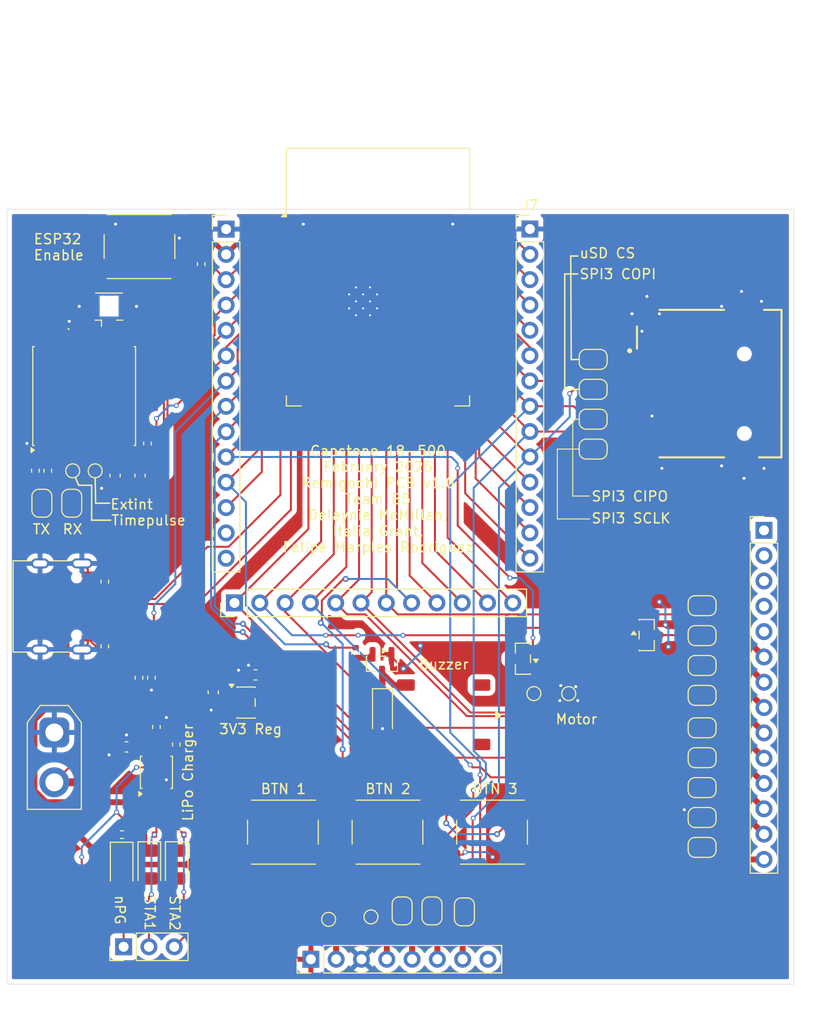
<source format=kicad_pcb>
(kicad_pcb (version 20241229) (generator "pcbnew") (generator_version "9.0")
  (layers (0 "F.Cu" signal) (2 "B.Cu" signal) (13 "F.Paste" user) (15 "B.Paste" user) (5 "F.SilkS" user "F.Silkscreen") (7 "B.SilkS" user "B.Silkscreen") (1 "F.Mask" user) (3 "B.Mask" user) (25 "Edge.Cuts" user))
  (net 0 "")
  (net 1 "GND")
  (net 2 "Net-(BZ1-+)")
  (net 3 "+BATT")
  (net 4 "+3V3")
  (net 5 "Net-(D1-K)")
  (net 6 "+5V")
  (net 7 "Net-(D2-K)")
  (net 8 "Net-(D3-K)")
  (net 9 "Net-(D4-A2)")
  (net 10 "Net-(J1-CC1)")
  (net 11 "/USB_DP")
  (net 14 "/USB_DM")
  (net 15 "Net-(J1-CC2)")
  (net 16 "/CHG_STA2")
  (net 17 "/CHG_nPG")
  (net 18 "/CHG_STA1")
  (net 19 "Net-(J4-DAT0)")
  (net 20 "Net-(J4-CLK)")
  (net 22 "Net-(J4-DAT3{slash}CD)")
  (net 25 "Net-(J4-CMD)")
  (net 26 "Net-(J6-Pin_7)")
  (net 27 "Net-(J6-Pin_6)")
  (net 28 "Net-(J6-Pin_5)")
  (net 30 "/uSD_CS")
  (net 31 "/GPIO1")
  (net 32 "/SPI3_CIPO")
  (net 33 "/GPIO36")
  (net 34 "/GPIO35")
  (net 35 "/GPIO0")
  (net 36 "/RFID_CS")
  (net 37 "/RXD0")
  (net 38 "/GPIO2")
  (net 39 "/GPIO37")
  (net 40 "/SPI3_COPI")
  (net 41 "/TXD0")
  (net 42 "/SPI3_SCLK")
  (net 43 "/BUTTON_2")
  (net 44 "/GPS_nRESET")
  (net 45 "/GPIO8")
  (net 46 "/BATT_MON")
  (net 49 "/ENABLE")
  (net 50 "/MOTOR")
  (net 51 "/GPS_TX")
  (net 52 "/GPS_RX")
  (net 53 "/BUZZER")
  (net 54 "Net-(J9-Pin_8)")
  (net 57 "Net-(J9-Pin_6)")
  (net 58 "Net-(J9-Pin_13)")
  (net 59 "Net-(J9-Pin_14)")
  (net 61 "Net-(J9-Pin_11)")
  (net 63 "Net-(J9-Pin_12)")
  (net 65 "Net-(J9-Pin_10)")
  (net 66 "Net-(J9-Pin_7)")
  (net 67 "Net-(J9-Pin_9)")
  (net 68 "/FSPI_COPI")
  (net 69 "/GPIO21")
  (net 70 "/GPIO48")
  (net 71 "/BUTTON_1")
  (net 72 "/LCD_PWM")
  (net 73 "/GPIO47")
  (net 74 "/LCD_CS")
  (net 75 "/LCD_DC")
  (net 76 "/FSPI_CIPO")
  (net 77 "/GPIO45")
  (net 78 "/FSPI_SCLK")
  (net 79 "/RFID_RST")
  (net 80 "/RFID_IRQ")
  (net 81 "/LCD_LED")
  (net 82 "/LCD_RESET")
  (net 83 "Net-(JP20-A)")
  (net 84 "Net-(JP21-A)")
  (net 85 "/BUTTON_3")
  (net 86 "/M+")
  (net 87 "Net-(Q2-G)")
  (net 88 "Net-(U1-THERM)")
  (net 89 "Net-(U1-PROG)")
  (net 90 "Net-(U4-RXD)")
  (net 91 "Net-(U4-TXD)")
  (net 92 "Net-(U4-~{RESET})")
  (net 93 "Net-(U4-EXTINT)")
  (net 94 "Net-(U4-TIMEPULSE)")
  (footprint "Jumper:SolderJumper-2_P1.3mm_Bridged_RoundedPad1.0x1.5mm" (layer "F.Cu") (at 180.7875 123.53)
    (property "Reference" "JP18" (hide yes))
    (property "Value" "SolderJumper_2_Bridged")
  )
  (footprint "Resistor_SMD:R_0402_1005Metric" (layer "F.Cu") (at 122.54 125.25)
    (property "Reference" "R5" (hide yes))
    (property "Value" "1k")
  )
  (footprint "TestPoint:TestPoint_Pad_D1.0mm" (layer "F.Cu") (at 117.6 88.75 90)
    (property "Reference" "TP2" (hide yes))
    (property "Value" "TestPoint")
  )
  (footprint "Jumper:SolderJumper-2_P1.3mm_Bridged_RoundedPad1.0x1.5mm" (layer "F.Cu") (at 180.7875 120.53)
    (property "Reference" "JP17" (hide yes))
    (property "Value" "SolderJumper_2_Bridged")
  )
  (footprint "Connector_USB:USB_C_Receptacle_G-Switch_GT-USB-7010ASV" (layer "F.Cu") (at 115.395 102.36 -90)
    (property "Reference" "J1" (hide yes))
    (property "Value" "USB_C_Receptacle_USB2.0_16P")
  )
  (footprint "Connector_PinHeader_2.54mm:PinHeader_1x14_P2.54mm_Vertical" (layer "F.Cu") (at 163.5 64.49)
    (property "Reference" "J7")
    (property "Value" "Conn_01x14_Pin")
  )
  (footprint "push-button:Korean Hroparts Elec K2-1157SP-I4SW-01" (layer "F.Cu") (at 159.75 125)
    (property "Reference" "SW4" (hide yes))
    (property "Value" "SW_Push")
  )
  (footprint "Diode_SMD:D_0402_1005Metric" (layer "F.Cu") (at 118.275 74.525)
    (property "Reference" "D4" (hide yes))
    (property "Value" "40V_TVS")
  )
  (footprint "Jumper:SolderJumper-2_P1.3mm_Bridged_RoundedPad1.0x1.5mm" (layer "F.Cu") (at 169.85 83.57 180)
    (property "Reference" "JP4" (hide yes))
    (property "Value" "SolderJumper_2_Bridged")
  )
  (footprint "Jumper:SolderJumper-2_P1.3mm_Bridged_RoundedPad1.0x1.5mm" (layer "F.Cu") (at 180.7875 117.53)
    (property "Reference" "JP16" (hide yes))
    (property "Value" "SolderJumper_2_Bridged")
  )
  (footprint "Connector_PinHeader_2.54mm:PinHeader_1x03_P2.54mm_Vertical" (layer "F.Cu") (at 122.71 136.5 90)
    (property "Reference" "J2" (hide yes))
    (property "Value" "Conn_01x03_Pin")
  )
  (footprint "TestPoint:TestPoint_Pad_D1.0mm" (layer "F.Cu") (at 167.4 111.1 90)
    (property "Reference" "TP4" (hide yes))
    (property "Value" "TestPoint")
  )
  (footprint "Package_TO_SOT_SMD:SOT-23-5" (layer "F.Cu") (at 135 112)
    (property "Reference" "U5" (hide yes))
    (property "Value" "AP2112K-3.3")
  )
  (footprint "Resistor_SMD:R_0402_1005Metric" (layer "F.Cu") (at 128 116.2 90)
    (property "Reference" "R4" (hide yes))
    (property "Value" "2k")
  )
  (footprint "Resistor_SMD:R_0402_1005Metric" (layer "F.Cu") (at 125.5 109.51 -90)
    (property "Reference" "R9" (hide yes))
    (property "Value" "270k")
  )
  (footprint "Capacitor_SMD:C_0603_1608Metric" (layer "F.Cu") (at 124.36 89.225 -90)
    (property "Reference" "C6" (hide yes))
    (property "Value" "4.7uF")
  )
  (footprint "Jumper:SolderJumper-2_P1.3mm_Bridged_RoundedPad1.0x1.5mm" (layer "F.Cu") (at 156.92 133 -90)
    (property "Reference" "JP11" (hide yes))
    (property "Value" "SolderJumper_2_Bridged")
  )
  (footprint "Resistor_SMD:R_0402_1005Metric" (layer "F.Cu") (at 126 114.45 90)
    (property "Reference" "R3" (hide yes))
    (property "Value" "10k")
  )
  (footprint "Capacitor_SMD:C_0603_1608Metric" (layer "F.Cu") (at 121.85 89.225 -90)
    (property "Reference" "C7" (hide yes))
    (property "Value" "100nF")
  )
  (footprint "Resistor_SMD:R_0402_1005Metric" (layer "F.Cu") (at 120.82 106.36 -90)
    (property "Reference" "R2" (hide yes))
    (property "Value" "5.1k")
  )
  (footprint "Capacitor_SMD:C_0603_1608Metric" (layer "F.Cu") (at 131.705 110.975 90)
    (property "Reference" "C2" (hide yes))
    (property "Value" "10uF")
  )
  (footprint "Jumper:SolderJumper-2_P1.3mm_Bridged_RoundedPad1.0x1.5mm" (layer "F.Cu") (at 169.85 86.57 180)
    (property "Reference" "JP5" (hide yes))
    (property "Value" "SolderJumper_2_Bridged")
  )
  (footprint "Resistor_SMD:R_0402_1005Metric" (layer "F.Cu") (at 128.25 125.25)
    (property "Reference" "R6" (hide yes))
    (property "Value" "1k")
  )
  (footprint "Jumper:SolderJumper-2_P1.3mm_Bridged_RoundedPad1.0x1.5mm" (layer "F.Cu") (at 153.67 132.9 -90)
    (property "Reference" "JP10" (hide yes))
    (property "Value" "SolderJumper_2_Bridged")
  )
  (footprint "Jumper:SolderJumper-2_P1.3mm_Bridged_RoundedPad1.0x1.5mm" (layer "F.Cu") (at 180.7875 105.28)
    (property "Reference" "JP12" (hide yes))
    (property "Value" "SolderJumper_2_Bridged")
  )
  (footprint "Capacitor_SMD:C_0603_1608Metric" (layer "F.Cu") (at 123 116.45 180)
    (property "Reference" "C1" (hide yes))
    (property "Value" "10uF")
  )
  (footprint "Package_SO:MSOP-10_3x3mm_P0.5mm" (layer "F.Cu") (at 126 119 90)
    (property "Reference" "U1" (hide yes))
    (property "Value" "MCP73833-xxx-UN")
  )
  (footprint "Resistor_SMD:R_0402_1005Metric" (layer "F.Cu") (at 113.85 88.74 90)
    (property "Reference" "R12" (hide yes))
    (property "Value" "33")
  )
  (footprint "Jumper:SolderJumper-2_P1.3mm_Bridged_RoundedPad1.0x1.5mm" (layer "F.Cu") (at 169.85 80.57 180)
    (property "Reference" "JP3" (hide yes))
    (property "Value" "SolderJumper_2_Bridged")
  )
  (footprint "Connector_PinHeader_2.54mm:PinHeader_1x14_P2.54mm_Vertical" (layer "F.Cu") (at 187 94.72)
    (property "Reference" "J9" (hide yes))
    (property "Value" "Conn_01x14_Pin")
  )
  (footprint "Resistor_SMD:R_0402_1005Metric" (layer "F.Cu") (at 146 107 -90)
    (property "Reference" "R15" (hide yes))
    (property "Value" "33")
  )
  (footprint "Resistor_SMD:R_0402_1005Metric" (layer "F.Cu") (at 115.1 88.75 90)
    (property "Reference" "R11" (hide yes))
    (property "Value" "33")
  )
  (footprint "Connector_PinHeader_2.54mm:PinHeader_1x14_P2.54mm_Vertical" (layer "F.Cu") (at 133 64.5)
    (property "Reference" "J8" (hide yes))
    (property "Value" "Conn_01x14_Pin")
  )
  (footprint "push-button:Korean Hroparts Elec K2-1157SP-I4SW-01" (layer "F.Cu") (at 138.75 125)
    (property "Reference" "SW2" (hide yes))
    (property "Value" "SW_Push")
  )
  (footprint "Jumper:SolderJumper-2_P1.3mm_Bridged_RoundedPad1.0x1.5mm" (layer "F.Cu") (at 180.7875 126.53)
    (property "Reference" "JP19" (hide yes))
    (property "Value" "SolderJumper_2_Bridged")
  )
  (footprint "Jumper:SolderJumper-2_P1.3mm_Bridged_RoundedPad1.0x1.5mm" (layer "F.Cu") (at 180.7875 102.28)
    (property "Reference" "JP7" (hide yes))
    (property "Value" "SolderJumper_2_Bridged")
  )
  (footprint "push-button:Korean Hroparts Elec K2-1157SP-I4SW-01" (layer "F.Cu") (at 149.25 125)
    (property "Reference" "SW3" (hide yes))
    (property "Value" "SW_Push")
  )
  (footprint "Capacitor_SMD:C_0603_1608Metric" (layer "F.Cu") (at 135.955 109.225)
    (property "Reference" "C8" (hide yes))
    (property "Value" "10uF")
  )
  (footprint "Connector_Coaxial:U.FL_Hirose_U.FL-R-SMT-1_Vertical" (layer "F.Cu") (at 121.25 72.75 90)
    (property "Reference" "J5" (hide yes))
    (property "Value" "Conn_Coaxial_Small")
  )
  (footprint "Resistor_SMD:R_0402_1005Metric" (layer "F.Cu") (at 120.82 99.86 90)
    (property "Reference" "R1" (hide yes))
    (property "Value" "5.1k")
  )
  (footprint "Connector_PinHeader_2.54mm:PinHeader_1x12_P2.54mm_Vertical" (layer "F.Cu") (at 133.84 102 90)
    (property "Reference" "J10" (hide yes))
    (property "Value" "Conn_01x12_Pin")
  )
  (footprint "RF_Module:ESP32-S3-WROOM-1" (layer "F.Cu") (at 148.25 69.29)
    (property "Reference" "U3" (hide yes))
    (property "Value" "ESP32-S3-WROOM-1")
  )
  (footprint "TestPoint:TestPoint_Pad_D1.0mm" (layer "F.Cu") (at 119.85 88.75 90)
    (property "Reference" "TP1" (hide yes))
    (property "Value" "TestPoint")
  )
  (footprint "Resistor_SMD:R_0402_1005Metric" (layer "F.Cu") (at 130.5 68.01 -90)
    (property "Reference" "R10" (hide yes))
    (property "Value" "5.1k")
  )
  (footprint "Jumper:SolderJumper-2_P1.3mm_Bridged_RoundedPad1.0x1.5mm" (layer "F.Cu") (at 180.7875 114.53)
    (property "Reference" "JP15" (hide yes))
    (property "Value" "SolderJumper_2_Bridged")
  )
  (footprint "Resistor_SMD:R_0402_1005Metric" (layer "F.Cu") (at 124.25 109.51 90)
    (property "Reference" "R8" (hide yes))
    (property "Value" "100k")
  )
  (footprint "Diode_SMD:D_1206_3216Metric" (layer "F.Cu") (at 122.51 128.3 -90)
    (property "Reference" "D1" (hide yes))
    (property "Value" "RED")
  )
  (footprint "Jumper:SolderJumper-2_P1.3mm_Bridged_RoundedPad1.0x1.5mm" (layer "F.Cu") (at 150.67 132.9 -90)
    (property "Reference" "JP9" (hide yes))
    (property "Value" "SolderJumper_2_Bridged")
  )
  (footprint "TestPoint:TestPoint_Pad_D1.0mm" (layer "F.Cu") (at 147.54 133.5)
    (property "Reference" "TP6" (hide yes))
    (property "Value" "TestPoint")
  )
  (footprint "Package_TO_SOT_SMD:SOT-23" (layer "F.Cu") (at 175.225 105.23)
    (property "Reference" "Q3" (hide yes))
    (property "Value" "NMOS")
  )
  (footprint "Jumper:SolderJumper-2_P1.3mm_Bridged_RoundedPad1.0x1.5mm" (layer "F.Cu") (at 114.5 92 -90)
    (property "Reference" "JP20" (hide yes))
    (property "Value" "SolderJumper_2_Bridged")
  )
  (footprint "TestPoint:TestPoint_Pad_D1.0mm" (layer "F.Cu") (at 163.9 111.1 90)
    (property "Reference" "TP3" (hide yes))
    (property "Value" "TestPoint")
  )
  (footprint "Resistor_SMD:R_0402_1005Metric" (layer "F.Cu") (at 125.29 125.25 180)
    (property "Reference" "R7" (hide yes))
    (property "Value" "1k")
  )
  (footprint "Jumper:SolderJumper-2_P1.3mm_Bridged_RoundedPad1.0x1.5mm" (layer "F.Cu") (at 180.7875 111.28)
    (property "Reference" "JP14" (hide yes))
    (property "Value" "SolderJumper_2_Bridged")
  )
  (footprint "Diode_SMD:D_1206_3216Metric" (layer "F.Cu") (at 125.29 128.25 -90)
    (property "Reference" "D3" (hide yes))
    (property "Value" "ORANGE")
  )
  (footprint "RF_GPS:ublox_MAX" (layer "F.Cu") (at 118.75 81.25 90)
    (property "Reference" "U4" (hide yes))
    (property "Value" "MAX-M10S")
  )
  (footprint "Connector_AMASS:AMASS_XT30UPB-M_1x02_P5.0mm_Vertical" (layer "F.Cu") (at 115.75 115 -90)
    (property "Reference" "J3" (hide yes))
    (property "Value" "Conn_01x02_Pin")
  )
  (footprint "Jumper:SolderJumper-2_P1.3mm_Bridged_RoundedPad1.0x1.5mm" (layer "F.Cu") (at 180.7875 108.28)
    (property "Reference" "JP13" (hide yes))
    (property "Value" "SolderJumper_2_Bridged")
  )
  (footprint "Resistor_SMD:R_0402_1005Metric" (layer "F.Cu") (at 125.1 86.01 90)
    (property "Reference" "R13" (hide yes))
    (property "Value" "33")
  )
  (footprint "Diode_SMD:D_1206_3216Metric" (layer "F.Cu") (at 128.04 128.25 -90)
    (property "Reference" "D2" (hide yes))
    (property "Value" "GREEN")
  )
  (footprint "TestPoint:TestPoint_Pad_D1.0mm" (layer "F.Cu") (at 143.29 133.75)
    (property "Reference" "TP5" (hide yes))
    (property "Value" "TestPoint")
  )
  (footprint "Package_TO_SOT_SMD:SOT-23" (layer "F.Cu") (at 148.65 108.105 -90)
    (property "Reference" "Q2" (hide yes))
    (property "Value" "NMOS")
  )
  (footprint "Diode_SMD:D_SOD-123" (layer "F.Cu") (at 148.7 112.9675 -90)
    (property "Reference" "D5" (hide yes))
    (property "Value" "1N4148W")
  )
  (footprint "push-button:Korean Hroparts Elec K2-1157SP-I4SW-01" (layer "F.Cu") (at 124.25 66.25 180)
    (property "Reference" "SW1" (hide yes))
    (property "Value" "SW_Push")
  )
  (footprint "Jumper:SolderJumper-2_P1.3mm_Bridged_RoundedPad1.0x1.5mm" (layer "F.Cu") (at 169.85 77.57 180)
    (property "Reference" "JP1" (hide yes))
    (property "Value" "SolderJumper_2_Bridged")
  )
  (footprint "microSD-Card:TF-01A" (layer "F.Cu") (at 181.5 80 90)
    (property "Reference" "J4" (hide yes))
    (property "Value" "Micro_SD_Card")
  )
  (footprint "Package_TO_SOT_SMD:SOT-23" (layer "F.Cu") (at 162.8 107.6 180)
    (property "Reference" "Q1" (hide yes))
    (property "Value" "NMOS")
  )
  (footprint "buzzer:Huaneng MLT-7525" (layer "F.Cu") (at 150.05 116.8175)
    (property "Reference" "BZ1" (hide yes))
    (property "Value" "Buzzer")
  )
  (footprint "Connector_PinHeader_2.54mm:PinHeader_1x08_P2.54mm_Vertical" (layer "F.Cu") (at 141.51 137.75 90)
    (property "Reference" "J6" (hide yes))
    (property "Value" "Conn_01x08_Pin")
  )
  (footprint "Jumper:SolderJumper-2_P1.3mm_Bridged_RoundedPad1.0x1.5mm" (layer "F.Cu") (at 117.5 92 -90)
    (property "Reference" "JP21" (hide yes))
    (property "Value" "SolderJumper_2_Bridged")
  )
  (gr_line (start 167 69) (end 167 80.6) (stroke (width 0.15)) (layer "F.SilkS"))
  (gr_line (start 119.9 92) (end 119.85 89.45) (stroke (width 0.15)) (layer "F.SilkS"))
  (gr_line (start 168.3 67.2) (end 167.6 67.2) (stroke (width 0.15)) (layer "F.SilkS"))
  (gr_line (start 121.3 92) (end 119.9 92) (stroke (width 0.15)) (layer "F.SilkS"))
  (gr_line (start 119.5 90.2) (end 118.2 90.2) (stroke (width 0.15)) (layer "F.SilkS"))
  (gr_line (start 121.4 93.7) (end 119.5 93.7) (stroke (width 0.15)) (layer "F.SilkS"))
  (gr_line (start 168.45 86.57) (end 166.25 86.57) (stroke (width 0.1)) (layer "F.SilkS"))
  (gr_line (start 167.8 91.280179) (end 169.48 91.280179) (stroke (width 0.1)) (layer "F.SilkS"))
  (gr_line (start 167 80.6) (end 168.45 80.57) (stroke (width 0.15)) (layer "F.SilkS"))
  (gr_line (start 166.25 90.47) (end 166.25 93.58) (stroke (width 0.1)) (layer "F.SilkS"))
  (gr_line (start 166.25 93.58) (end 169.5 93.58) (stroke (width 0.1)) (layer "F.SilkS"))
  (gr_line (start 168.45 83.57) (end 167.8 83.57) (stroke (width 0.1)) (layer "F.SilkS"))
  (gr_line (start 167.8 83.57) (end 167.8 91.280179) (stroke (width 0.1)) (layer "F.SilkS"))
  (gr_line (start 119.5 93.7) (end 119.5 90.2) (stroke (width 0.15)) (layer "F.SilkS"))
  (gr_line (start 167.65 77.6) (end 168.45 77.57) (stroke (width 0.15)) (layer "F.SilkS"))
  (gr_line (start 167.6 67.2) (end 167.65 77.6) (stroke (width 0.15)) (layer "F.SilkS"))
  (gr_line (start 118.2 90.2) (end 117.9 89.5) (stroke (width 0.15)) (layer "F.SilkS"))
  (gr_line (start 168.3 69) (end 167 69) (stroke (width 0.15)) (layer "F.SilkS"))
  (gr_line (start 166.25 86.57) (end 166.25 90.47) (stroke (width 0.1)) (layer "F.SilkS"))
  (gr_rect (start 111 62.5) (end 190 140.25) (stroke (width 0.05)) (fill no) (layer "Edge.Cuts"))
  (gr_text "nPG" (at 121.75 131.25 270) (layer "F.SilkS") (effects (font (size 1 1)) (justify left bottom)))
  (gr_text "Capstone 18-500\nFebruary 2026\nRemigochi PCB v1.0\nTeam B5\nDelaynie McMillan,\nItalia Grant,\nFelipe Marples Rodriguez" (at 148.25 97 0) (layer "F.SilkS") (effects (font (size 1 1)) (justify bottom)))
  (gr_text "Timepulse" (at 121.4 94.3 0) (layer "F.SilkS") (effects (font (size 1 1)) (justify left bottom)))
  (gr_text "uSD CS" (at 168.4 67.5 0) (layer "F.SilkS") (effects (font (size 1 1)) (justify left bottom)))
  (gr_text "STA1" (at 124.75 131.25 270) (layer "F.SilkS") (effects (font (size 1 1)) (justify left bottom)))
  (gr_text "LiPo Charger" (at 129.75 124 90) (layer "F.SilkS") (effects (font (size 1 1)) (justify left bottom)))
  (gr_text "Extint" (at 121.3 92.7 0) (layer "F.SilkS") (effects (font (size 1 1)) (justify left bottom)))
  (gr_text "Buzzer" (at 152.25 108.75 0) (layer "F.SilkS") (effects (font (size 1 1)) (justify left bottom)))
  (gr_text "BTN 1" (at 138.75 121.25 0) (layer "F.SilkS") (effects (font (size 1 1)) (justify bottom)))
  (gr_text "BTN 2" (at 149.25 121.25 0) (layer "F.SilkS") (effects (font (size 1 1)) (justify bottom)))
  (gr_text "STA2" (at 127.25 131.25 270) (layer "F.SilkS") (effects (font (size 1 1)) (justify left bottom)))
  (gr_text "Motor" (at 166 114.25 0) (layer "F.SilkS") (effects (font (size 1 1)) (justify left bottom)))
  (gr_text "3V3 Reg" (at 132.215 115.25 0) (layer "F.SilkS") (effects (font (size 1 1)) (justify left bottom)))
  (gr_text "BTN 3" (at 160 121.25 0) (layer "F.SilkS") (effects (font (size 1 1)) (justify bottom)))
  (gr_text "TX" (at 113.5 95.2 0) (layer "F.SilkS") (effects (font (size 1 1)) (justify left bottom)))
  (gr_text "ESP32\nEnable" (at 113.6 67.7 0) (layer "F.SilkS") (effects (font (size 1 1)) (justify left bottom)))
  (gr_text "SPI3 CIPO" (at 169.6 91.9 0) (layer "F.SilkS") (effects (font (size 1 1)) (justify left bottom)))
  (gr_text "RX" (at 116.5 95.2 0) (layer "F.SilkS") (effects (font (size 1 1)) (justify left bottom)))
  (gr_text "SPI3 COPI" (at 168.4 69.6 0) (layer "F.SilkS") (effects (font (size 1 1)) (justify left bottom)))
  (gr_text "SPI3 SCLK" (at 169.6 94.1 0) (layer "F.SilkS") (effects (font (size 1 1)) (justify left bottom)))
  (segment (start 119.12 98.64) (end 118.52 98.04) (width 0.2) (layer "F.Cu") (net 1))
  (segment (start 135.18 109.225) (end 134.725 109.225) (width 0.6) (layer "F.Cu") (net 1))
  (segment (start 123.15 72.7) (end 123.15 76.5) (width 0.2) (layer "F.Cu") (net 1))
  (segment (start 120.95 77.014064) (end 121.636936 77.701) (width 0.2) (layer "F.Cu") (net 1))
  (segment (start 151.05 116.2025) (end 150.285 116.2025) (width 0.6) (layer "F.Cu") (net 1))
  (segment (start 122.725 72.275) (end 123.975 72.275) (width 0.2) (layer "F.Cu") (net 1))
  (segment (start 184.8 89.3) (end 185 89.5) (width 0.2) (layer "F.Cu") (net 1))
  (segment (start 122.725 72.275) (end 123.15 72.7) (width 0.2) (layer "F.Cu") (net 1))
  (segment (start 184.8 87.9886) (end 186.4886 87.9886) (width 0.2) (layer "F.Cu") (net 1))
  (segment (start 184.8 72.1638) (end 182.8362 72.1638) (width 0.2) (layer "F.Cu") (net 1))
  (segment (start 183.0114 87.9886) (end 182.75 88.25) (width 0.2) (layer "F.Cu") (net 1))
  (segment (start 122.05 116.45) (end 121.25 117.25) (width 0.2) (layer "F.Cu") (net 1))
  (segment (start 155.78 64.03) (end 155.75 64) (width 0.2) (layer "F.Cu") (net 1))
  (segment (start 127.75 115.69) (end 126 113.94) (width 0.2) (layer "F.Cu") (net 1))
  (segment (start 121.85 90) (end 124.36 90) (width 0.2) (layer "F.Cu") (net 1))
  (segment (start 117.79 74.26) (end 117.79 74.525) (width 0.2) (layer "F.Cu") (net 1))
  (segment (start 127 113.5) (end 126.44 113.5) (width 0.2) (layer "F.Cu") (net 1))
  (segment (start 184.8 72.1638) (end 186.3362 72.1638) (width 0.2) (layer "F.Cu") (net 1))
  (segment (start 119.12 106.08) (end 118.52 106.68) (width 0.2) (layer "F.Cu") (net 1))
  (segment (start 184.8 87.9886) (end 183.0114 87.9886) (width 0.2) (layer "F.Cu") (net 1))
  (segment (start 131.705 111.75) (end 131.705 112.545) (width 0.6) (layer "F.Cu") (net 1))
  (segment (start 133.8625 112) (end 131.955 112) (width 0.6) (layer "F.Cu") (net 1))
  (segment (start 119.775 72.275) (end 117.79 74.26) (width 0.2) (layer "F.Cu") (net 1))
  (segment (start 123.15 77.4) (end 123.15 76.5) (width 0.2) (layer "F.Cu") (net 1))
  (segment (start 157 64.03) (end 155.78 64.03) (width 0.2) (layer "F.Cu") (net 1))
  (segment (start 120.110064 75.146) (end 118.411 75.146) (width 0.2) (layer "F.Cu") (net 1))
  (segment (start 167.4 111.1) (end 167.6 111.1) (width 0.6) (layer "F.Cu") (net 1))
  (segment (start 123.975 72.275) (end 124 72.25) (width 0.2) (layer "F.Cu") (net 1))
  (segment (start 139.5 64.03) (end 140.72 64.03) (width 0.2) (layer "F.Cu") (net 1))
  (segment (start 135.18 108.32) (end 135.25 108.25) (width 0.6) (layer "F.Cu") (net 1))
  (segment (start 134.725 109.225) (end 134.25 108.75) (width 0.6) (layer "F.Cu") (net 1))
  (segment (start 186.3362 72.1638) (end 186.75 71.75) (width 0.2) (layer "F.Cu") (net 1))
  (segment (start 128.25 64) (end 128.25 65.35) (width 0.2) (layer "F.Cu") (net 1))
  (segment (start 135.18 109.225) (end 135.18 108.32) (width 0.6) (layer "F.Cu") (net 1))
  (segment (start 122.225 116.45) (end 122.225 116.025) (width 0.2) (layer "F.Cu") (net 1))
  (segment (start 175.1 72.9388) (end 173.8112 72.9388) (width 0.2) (layer "F.Cu") (net 1))
  (segment (start 167.6 111.1) (end 168.3 111.8) (width 0.6) (layer "F.Cu") (net 1))
  (segment (start 125.5 110.02) (end 125.5 110.75) (width 0.2) (layer "F.Cu") (net 1))
  (segment (start 119.12 105.56) (end 119.12 106.08) (width 0.2) (layer "F.Cu") (net 1))
  (segment (start 122.225 116.025) (end 123 115.25) (width 0.2) (layer "F.Cu") (net 1))
  (segment (start 128.25 65.35) (end 128.3 65.4) (width 0.2) (layer "F.Cu") (net 1))
  (segment (start 175.1 87.9886) (end 176.2386 87.9886) (width 0.2) (layer "F.Cu") (net 1))
  (segment (start 140.72 64.03) (end 140.75 64) (width 0.2) (layer "F.Cu") (net 1))
  (segment (start 186.4886 87.9886) (end 187 88.5) (width 0.2) (layer "F.Cu") (net 1))
  (segment (start 118.275 72.275) (end 118.25 72.25) (width 0.2) (layer "F.Cu") (net 1))
  (segment (start 167.2 111.1) (end 166.5 111.8) (width 0.6) (layer "F.Cu") (net 1))
  (segment (start 120.82 106.87) (end 120.43 106.87) (width 0.2) (layer "F.Cu") (net 1))
  (segment (start 184.8 72.1638) (end 184.8 70.8) (width 0.2) (layer "F.Cu") (net 1))
  (segment (start 176.2386 87.9886) (end 176.75 88.5) (width 0.2) (layer "F.Cu") (net 1))
  (segment (start 118.411 75.146) (end 117.79 74.525) (width 0.2) (layer "F.Cu") (net 1))
  (segment (start 120.82 99.35) (end 119.31 99.35) (width 0.2) (layer "F.Cu") (net 1))
  (segment (start 114.35 86) (end 113 86) (width 0.2) (layer "F.Cu") (net 1))
  (segment (start 175.1 72.9388) (end 175.1 74.4) (width 0.2) (layer "F.Cu") (net 1))
  (segment (start 175.1 72.9388) (end 175.1 71.4) (width 0.2) (layer "F.Cu") (net 1))
  (segment (start 131.705 112.545) (end 131.5 112.75) (width 0.6) (layer "F.Cu") (net 1))
  (segment (start 127 121.1125) (end 127 119.75) (width 0.2) (layer "F.Cu") (net 1))
  (segment (start 176.4388 72.9388) (end 176.5 73) (width 0.2) (layer "F.Cu") (net 1))
  (segment (start 175.1 72.9388) (end 176.4388 72.9388) (width 0.2) (layer "F.Cu") (net 1))
  (segment (start 122.849 77.701) (end 123.15 77.4) (width 0.2) (layer "F.Cu") (net 1))
  (segment (start 120.43 106.87) (end 119.12 105.56) (width 0.2) (layer "F.Cu") (net 1))
  (segment (start 128 115.69) (end 127.75 115.69) (width 0.2) (layer "F.Cu") (net 1))
  (segment (start 120.95 76.5) (end 120.95 75.985936) (width 0.2) (layer "F.Cu") (net 1))
  (segment (start 167.4 111.1) (end 168.1 110.4) (width 0.6) (layer "F.Cu") (net 1))
  (segment (start 175.1 74.4) (end 174.75 74.75) (width 0.2) (layer "F.Cu") (net 1))
  (segment (start 173.8112 72.9388) (end 173.75 73) (width 0.2) (layer "F.Cu") (net 1))
  (segment (start 174.3262 83.2702) (end 175.7298 83.2702) (width 0.2) (layer "F.Cu") (net 1))
  (segment (start 119.31 99.35) (end 119.12 99.16) (width 0.2) (layer "F.Cu") (net 1))
  (segment (start 167.4 111.1) (end 166.6 110.3) (width 0.6) (layer "F.Cu") (net 1))
  (segment (start 121 90) (end 120.5 90.5) (width 0.2) (layer "F.Cu") (net 1))
  (segment (start 167.4 111.1) (end 167.2 111.1) (width 0.6) (layer "F.Cu") (net 1))
  (segment (start 175.7298 83.2702) (end 175.75 83.25) (width 0.2) (layer "F.Cu") (net 1))
  (segment (start 182.8362 72.1638) (end 182.75 72.25) (width 0.2) (layer "F.Cu") (net 1))
  (segment (start 150.285 116.2025) (end 148.7 114.6175) (width 0.6) (layer "F.Cu") (net 1))
  (segment (start 117.79 74.525) (end 117.79 74.29) (width 0.2) (layer "F.Cu") (net 1))
  (segment (start 119.775 72.275) (end 118.275 72.275) (width 0.2) (layer "F.Cu") (net 1))
  (segment (start 121.85 90) (end 121 90) (width 0.2) (layer "F.Cu") (net 1))
  (segment (start 184.8 87.9886) (end 184.8 89.3) (width 0.2) (layer "F.Cu") (net 1))
  (segment (start 175.1 71.4) (end 175.25 71.25) (width 0.2) (layer "F.Cu") (net 1))
  (segment (start 120.95 75.985936) (end 120.110064 75.146) (width 0.2) (layer "F.Cu") (net 1))
  (segment (start 119.12 99.16) (end 119.12 98.64) (width 0.2) (layer "F.Cu") (net 1))
  (segment (start 122.225 116.45) (end 122.05 116.45) (width 0.2) (layer "F.Cu") (net 1))
  (segment (start 126.44 113.5) (end 126 113.94) (width 0.2) (layer "F.Cu") (net 1))
  (segment (start 120.95 76.5) (end 120.95 77.014064) (width 0.2) (layer "F.Cu") (net 1))
  (segment (start 117.79 74.29) (end 117.25 73.75) (width 0.2) (layer "F.Cu") (net 1))
  (segment (start 121.636936 77.701) (end 122.849 77.701) (width 0.2) (layer "F.Cu") (net 1))
  (segment (start 131.955 112) (end 131.705 111.75) (width 0.6) (layer "F.Cu") (net 1))
  (segment (start 180.1375 123.53) (end 179.78 123.53) (width 0.6) (layer "F.Cu") (net 1))
  (segment (start 179.78 123.53) (end 179 122.75) (width 0.6) (layer "F.Cu") (net 1))
  (segment (start 184.8 70.8) (end 184.75 70.75) (width 0.2) (layer "F.Cu") (net 1))
  (segment (start 120.25 64) (end 121.9 64) (width 0.2) (layer "F.Cu") (net 1))
  (via (at 120.5 90.5) (size 0.5) (drill 0.3) (layers "F.Cu" "B.Cu") (net 1))
  (via (at 131.5 112.75) (size 0.5) (drill 0.3) (layers "F.Cu" "B.Cu") (net 1))
  (via (at 175.25 71.25) (size 0.5) (drill 0.3) (layers "F.Cu" "B.Cu") (net 1))
  (via (at 148.7 114.6175) (size 0.5) (drill 0.3) (layers "F.Cu" "B.Cu") (net 1))
  (via (at 176.75 88.5) (size 0.5) (drill 0.3) (layers "F.Cu" "B.Cu") (net 1))
  (via (at 128.3 65.4) (size 0.6) (drill 0.3) (layers "F.Cu" "B.Cu") (net 1))
  (via (at 179 122.75) (size 0.5) (drill 0.3) (layers "F.Cu" "B.Cu") (net 1))
  (via (at 182.75 88.25) (size 0.5) (drill 0.3) (layers "F.Cu" "B.Cu") (net 1))
  (via (at 182.75 72.25) (size 0.5) (drill 0.3) (layers "F.Cu" "B.Cu") (net 1))
  (via (at 187 88.5) (size 0.5) (drill 0.3) (layers "F.Cu" "B.Cu") (net 1))
  (via (at 140.75 64) (size 0.5) (drill 0.3) (layers "F.Cu" "B.Cu") (net 1))
  (via (at 135.25 108.25) (size 0.5) (drill 0.3) (layers "F.Cu" "B.Cu") (net 1))
  (via (at 123 115.25) (size 0.5) (drill 0.3) (layers "F.Cu" "B.Cu") (net 1))
  (via (at 113 86) (size 0.5) (drill 0.3) (layers "F.Cu" "B.Cu") (net 1))
  (via (at 168.1 110.4) (size 0.6) (drill 0.3) (layers "F.Cu" "B.Cu") (net 1))
  (via (at 168.3 111.8) (size 0.6) (drill 0.3) (layers "F.Cu" "B.Cu") (net 1))
  (via (at 127 119.75) (size 0.5) (drill 0.3) (layers "F.Cu" "B.Cu") (net 1))
  (via (at 174.75 74.75) (size 0.5) (drill 0.3) (layers "F.Cu" "B.Cu") (net 1))
  (via (at 175.75 83.25) (size 0.5) (drill 0.3) (layers "F.Cu" "B.Cu") (net 1))
  (via (at 184.75 70.75) (size 0.5) (drill 0.3) (layers "F.Cu" "B.Cu") (net 1))
  (via (at 166.6 110.3) (size 0.6) (drill 0.3) (layers "F.Cu" "B.Cu") (net 1))
  (via (at 127 113.5) (size 0.5) (drill 0.3) (layers "F.Cu" "B.Cu") (net 1))
  (via (at 173.75 73) (size 0.5) (drill 0.3) (layers "F.Cu" "B.Cu") (net 1))
  (via (at 124 72.25) (size 0.5) (drill 0.3) (layers "F.Cu" "B.Cu") (net 1))
  (via (at 155.75 64) (size 0.5) (drill 0.3) (layers "F.Cu" "B.Cu") (net 1))
  (via (at 125.5 110.75) (size 0.5) (drill 0.3) (layers "F.Cu" "B.Cu") (net 1))
  (via (at 121.25 117.25) (size 0.5) (drill 0.3) (layers "F.Cu" "B.Cu") (net 1))
  (via (at 186.75 71.75) (size 0.5) (drill 0.3) (layers "F.Cu" "B.Cu") (net 1))
  (via (at 176.5 73) (size 0.5) (drill 0.3) (layers "F.Cu" "B.Cu") (net 1))
  (via (at 121.9 64) (size 0.6) (drill 0.3) (layers "F.Cu" "B.Cu") (net 1))
  (via (at 166.5 111.8) (size 0.6) (drill 0.3) (layers "F.Cu" "B.Cu") (net 1))
  (via (at 185 89.5) (size 0.5) (drill 0.3) (layers "F.Cu" "B.Cu") (net 1))
  (via (at 134.25 108.75) (size 0.5) (drill 0.3) (layers "F.Cu" "B.Cu") (net 1))
  (via (at 117.25 73.75) (size 0.5) (drill 0.3) (layers "F.Cu" "B.Cu") (net 1))
  (via (at 118.25 72.25) (size 0.5) (drill 0.3) (layers "F.Cu" "B.Cu") (net 1))
  (segment (start 149.85 110.2425) (end 148.65 109.0425) (width 0.6) (layer "F.Cu") (net 2))
  (segment (start 148.7 111.3175) (end 148.7 109.0925) (width 0.6) (layer "F.Cu") (net 2))
  (segment (start 151.05 110.2425) (end 149.85 110.2425) (width 0.6) (layer "F.Cu") (net 2))
  (segment (start 148.7 109.0925) (end 148.65 109.0425) (width 0.6) (layer "F.Cu") (net 2))
  (segment (start 124.25 111.5) (end 124.25 110.02) (width 0.2) (layer "F.Cu") (net 3))
  (segment (start 123.775 116.45) (end 124.219 116.006) (width 0.8) (layer "F.Cu") (net 3))
  (segment (start 120.7375 120) (end 115.75 120) (width 0.8) (layer "F.Cu") (net 3))
  (segment (start 123.775 116.45) (end 123.775 116.9625) (width 0.8) (layer "F.Cu") (net 3))
  (segment (start 135.026 111.57619) (end 134.49981 111.05) (width 0.6) (layer "F.Cu") (net 3))
  (segment (start 127.945499 110.2) (end 131.705 110.2) (width 0.8) (layer "F.Cu") (net 3))
  (segment (start 133.0125 110.2) (end 133.8625 111.05) (width 0.8) (layer "F.Cu") (net 3))
  (segment (start 134.524999 112.95) (end 135.026 112.448999) (width 0.6) (layer "F.Cu") (net 3))
  (segment (start 124.2125 116.8875) (end 123.775 116.45) (width 0.6) (layer "F.Cu") (net 3))
  (segment (start 131.705 110.2) (end 133.0125 110.2) (width 0.8) (layer "F.Cu") (net 3))
  (segment (start 123.775 116.9625) (end 120.7375 120) (width 0.8) (layer "F.Cu") (net 3))
  (segment (start 124.219 113.926499) (end 127.945499 110.2) (width 0.8) (layer "F.Cu") (net 3))
  (segment (start 135.026 112.448999) (end 135.026 111.57619) (width 0.6) (layer "F.Cu") (net 3))
  (segment (start 133.8625 112.95) (end 134.524999 112.95) (width 0.6) (layer "F.Cu") (net 3))
  (segment (start 125 116.8875) (end 125.324 116.8875) (width 0.6) (layer "F.Cu") (net 3))
  (segment (start 134.49981 111.05) (end 133.8625 111.05) (width 0.6) (layer "F.Cu") (net 3))
  (segment (start 115.75 120) (end 124.25 111.5) (width 0.2) (layer "F.Cu") (net 3))
  (segment (start 124.219 116.006) (end 124.219 113.926499) (width 0.8) (layer "F.Cu") (net 3))
  (segment (start 125 116.8875) (end 124.2125 116.8875) (width 0.6) (layer "F.Cu") (net 3))
  (segment (start 177.02 104.28) (end 177.1 104.2) (width 0.2) (layer "F.Cu") (net 4))
  (segment (start 149.6 107.4) (end 150.8 108.6) (width 0.2) (layer "F.Cu") (net 4))
  (segment (start 149.6 107.1675) (end 149.6 107.4) (width 0.2) (layer "F.Cu") (net 4))
  (segment (start 156.75 127.25) (end 157 127) (width 0.2) (layer "F.Cu") (net 4))
  (segment (start 174.2875 104.28) (end 177.02 104.28) (width 0.2) (layer "F.Cu") (net 4))
  (segment (start 155.75 127.25) (end 156.75 127.25) (width 0.2) (layer "F.Cu") (net 4))
  (via (at 177.4 106.4) (size 0.6) (drill 0.3) (layers "F.Cu" "B.Cu") (net 4))
  (via (at 177.1 104.2) (size 0.6) (drill 0.3) (layers "F.Cu" "B.Cu") (net 4))
  (via (at 157 127) (size 0.5) (drill 0.3) (layers "F.Cu" "B.Cu") (net 4))
  (via (at 176.5 101.9) (size 0.6) (drill 0.3) (layers "F.Cu" "B.Cu") (net 4))
  (via (at 152.5 106.3) (size 0.6) (drill 0.3) (layers "F.Cu" "B.Cu") (net 4))
  (via (at 159.75 127.5) (size 0.5) (drill 0.3) (layers "F.Cu" "B.Cu") (net 4))
  (via (at 150.8 108.6) (size 0.6) (drill 0.3) (layers "F.Cu" "B.Cu") (net 4))
  (segment (start 177.1 104.2) (end 177.4 104.5) (width 0.2) (layer "B.Cu") (net 4))
  (segment (start 177.4 104.5) (end 177.4 106.4) (width 0.2) (layer "B.Cu") (net 4))
  (segment (start 150.9 108.6) (end 152.5 107) (width 0.2) (layer "B.Cu") (net 4))
  (segment (start 152.5 107) (end 152.5 106.3) (width 0.2) (layer "B.Cu") (net 4))
  (segment (start 150.8 108.6) (end 150.9 108.6) (width 0.2) (layer "B.Cu") (net 4))
  (segment (start 157 127) (end 159.25 127) (width 0.2) (layer "B.Cu") (net 4))
  (segment (start 159.25 127) (end 159.75 127.5) (width 0.2) (layer "B.Cu") (net 4))
  (segment (start 177.1 102.5) (end 176.5 101.9) (width 0.2) (layer "B.Cu") (net 4))
  (segment (start 177.1 104.2) (end 177.1 102.5) (width 0.2) (layer "B.Cu") (net 4))
  (segment (start 122.51 126.9) (end 122.03 126.42) (width 0.6) (layer "F.Cu") (net 5))
  (segment (start 122.03 126.42) (end 122.03 125.25) (width 0.6) (layer "F.Cu") (net 5))
  (segment (start 124.1115 122.001) (end 125 121.1125) (width 0.6) (layer "F.Cu") (net 6))
  (segment (start 119.12 99.96) (end 118.921 100.159) (width 0.2) (layer "F.Cu") (net 6))
  (segment (start 125 121.1125) (end 125.324 121.1125) (width 0.6) (layer "F.Cu") (net 6))
  (segment (start 114.921158 122.001) (end 124.1115 122.001) (width 0.6) (layer "F.Cu") (net 6))
  (segment (start 122.56 129.65) (end 122.51 129.7) (width 0.6) (layer "F.Cu") (net 6))
  (segment (start 116.969 105.031) (end 116.969 110.511818) (width 0.6) (layer "F.Cu") (net 6))
  (segment (start 113.749 113.731818) (end 113.749 120.828842) (width 0.6) (layer "F.Cu") (net 6))
  (segment (start 128.04 129.65) (end 125.29 129.65) (width 0.6) (layer "F.Cu") (net 6))
  (segment (start 117.25 104.75) (end 116.969 105.031) (width 0.6) (layer "F.Cu") (net 6))
  (segment (start 117.439 104.561) (end 117.25 104.75) (width 0.2) (layer "F.Cu") (net 6))
  (segment (start 122.51 129.589842) (end 114.921158 122.001) (width 0.6) (layer "F.Cu") (net 6))
  (segment (start 122.51 129.7) (end 122.51 129.589842) (width 0.6) (layer "F.Cu") (net 6))
  (segment (start 113.749 120.828842) (end 114.921158 122.001) (width 0.6) (layer "F.Cu") (net 6))
  (segment (start 117.25 104.561) (end 118.921 104.561) (width 0.2) (layer "F.Cu") (net 6))
  (segment (start 118.921 104.561) (end 117.439 104.561) (width 0.2) (layer "F.Cu") (net 6))
  (segment (start 117.25 100.159) (end 117.25 104.561) (width 0.2) (layer "F.Cu") (net 6))
  (segment (start 116.969 110.511818) (end 113.749 113.731818) (width 0.6) (layer "F.Cu") (net 6))
  (segment (start 118.921 104.561) (end 119.12 104.76) (width 0.2) (layer "F.Cu") (net 6))
  (segment (start 118.921 100.159) (end 117.25 100.159) (width 0.2) (layer "F.Cu") (net 6))
  (segment (start 125.29 129.65) (end 122.56 129.65) (width 0.6) (layer "F.Cu") (net 6))
  (segment (start 128.04 126.85) (end 127.74 126.55) (width 0.6) (layer "F.Cu") (net 7))
  (segment (start 127.74 126.55) (end 127.74 125.25) (width 0.6) (layer "F.Cu") (net 7))
  (segment (start 125.29 126.85) (end 124.78 126.34) (width 0.6) (layer "F.Cu") (net 8))
  (segment (start 124.78 126.34) (end 124.78 125.25) (width 0.6) (layer "F.Cu") (net 8))
  (segment (start 122.05 76.5) (end 122.05 74.6) (width 0.2) (layer "F.Cu") (net 9))
  (segment (start 120.95 73.8) (end 120.225 74.525) (width 0.2) (layer "F.Cu") (net 9))
  (segment (start 120.225 74.525) (end 118.76 74.525) (width 0.2) (layer "F.Cu") (net 9))
  (segment (start 122.05 74.6) (end 121.25 73.8) (width 0.2) (layer "F.Cu") (net 9))
  (segment (start 121.25 73.8) (end 120.95 73.8) (width 0.2) (layer "F.Cu") (net 9))
  (segment (start 120.82 100.37) (end 120.08 101.11) (width 0.2) (layer "F.Cu") (net 10))
  (segment (start 120.08 101.11) (end 119.12 101.11) (width 0.2) (layer "F.Cu") (net 10))
  (segment (start 139.5 92.64776) (end 139.5 80.54) (width 0.2) (layer "F.Cu") (net 11))
  (segment (start 120.041 102.929) (end 119.86 103.11) (width 0.2) (layer "F.Cu") (net 11))
  (segment (start 119.86 103.11) (end 119.12 103.11) (width 0.2) (layer "F.Cu") (net 11))
  (segment (start 119.12 102.11) (end 130.03776 102.11) (width 0.2) (layer "F.Cu") (net 11))
  (segment (start 120.041 102.159) (end 120.041 102.929) (width 0.2) (layer "F.Cu") (net 11))
  (segment (start 130.03776 102.11) (end 139.5 92.64776) (width 0.2) (layer "F.Cu") (net 11))
  (segment (start 119.992 102.11) (end 120.041 102.159) (width 0.2) (layer "F.Cu") (net 11))
  (segment (start 119.12 102.11) (end 119.992 102.11) (width 0.2) (layer "F.Cu") (net 11))
  (segment (start 131.131 96.369) (end 125.89 101.61) (width 0.2) (layer "F.Cu") (net 14))
  (segment (start 138.968 79.27) (end 138.449 79.789) (width 0.2) (layer "F.Cu") (net 14))
  (segment (start 138.449 91.17) (end 133.25 96.369) (width 0.2) (layer "F.Cu") (net 14))
  (segment (start 133.25 96.369) (end 131.131 96.369) (width 0.2) (layer "F.Cu") (net 14))
  (segment (start 119.12 101.61) (end 118.248 101.61) (width 0.2) (layer "F.Cu") (net 14))
  (segment (start 118.36 102.61) (end 119.12 102.61) (width 0.2) (layer "F.Cu") (net 14))
  (segment (start 125.89 101.61) (end 119.12 101.61) (width 0.2) (layer "F.Cu") (net 14))
  (segment (start 118.199 102.449) (end 118.36 102.61) (width 0.2) (layer "F.Cu") (net 14))
  (segment (start 118.199 101.659) (end 118.199 102.449) (width 0.2) (layer "F.Cu") (net 14))
  (segment (start 138.449 79.789) (end 138.449 91.17) (width 0.2) (layer "F.Cu") (net 14))
  (segment (start 139.5 79.27) (end 138.968 79.27) (width 0.2) (layer "F.Cu") (net 14))
  (segment (start 118.248 101.61) (end 118.199 101.659) (width 0.2) (layer "F.Cu") (net 14))
  (segment (start 120.82 105.85) (end 120.82 104.938) (width 0.2) (layer "F.Cu") (net 15))
  (segment (start 120.82 104.938) (end 119.992 104.11) (width 0.2) (layer "F.Cu") (net 15))
  (segment (start 119.992 104.11) (end 119.12 104.11) (width 0.2) (layer "F.Cu") (net 15))
  (segment (start 127.79 136.5) (end 128.75 135.54) (width 0.2) (layer "F.Cu") (net 16))
  (segment (start 126.5 122.99) (end 126.5 121.1125) (width 0.2) (layer "F.Cu") (net 16))
  (segment (start 128.75 135.54) (end 128.75 131) (width 0.2) (layer "F.Cu") (net 16))
  (segment (start 128.76 125.25) (end 126.5 122.99) (width 0.2) (layer "F.Cu") (net 16))
  (via (at 128.75 131) (size 0.5) (drill 0.3) (layers "F.Cu" "B.Cu") (net 16))
  (via (at 128.76 125.25) (size 0.5) (drill 0.3) (layers "F.Cu" "B.Cu") (net 16))
  (segment (start 128.75 125.26) (end 128.76 125.25) (width 0.2) (layer "B.Cu") (net 16))
  (segment (start 128.75 131) (end 128.75 125.26) (width 0.2) (layer "B.Cu") (net 16))
  (segment (start 122.71 132.71) (end 118.5 128.5) (width 0.2) (layer "F.Cu") (net 17))
  (segment (start 126.5 117.751848) (end 126.5 116.8875) (width 0.2) (layer "F.Cu") (net 17))
  (segment (start 122.71 136.5) (end 122.71 132.71) (width 0.2) (layer "F.Cu") (net 17))
  (segment (start 125.751848 118.5) (end 126.5 117.751848) (width 0.2) (layer "F.Cu") (net 17))
  (segment (start 118.5 128.5) (end 118.5 127.5) (width 0.2) (layer "F.Cu") (net 17))
  (segment (start 124 118.5) (end 125.751848 118.5) (width 0.2) (layer "F.Cu") (net 17))
  (segment (start 123.05 125.25) (end 123.05 124.05) (width 0.2) (layer "F.Cu") (net 17))
  (segment (start 123.05 124.05) (end 122 123) (width 0.2) (layer "F.Cu") (net 17))
  (via (at 122 123) (size 0.5) (drill 0.3) (layers "F.Cu" "B.Cu") (net 17))
  (via (at 118.5 127.5) (size 0.5) (drill 0.3) (layers "F.Cu" "B.Cu") (net 17))
  (via (at 124 118.5) (size 0.5) (drill 0.3) (layers "F.Cu" "B.Cu") (net 17))
  (segment (start 118.5 127.5) (end 118.5 126.5) (width 0.2) (layer "B.Cu") (net 17))
  (segment (start 122 120.5) (end 124 118.5) (width 0.2) (layer "B.Cu") (net 17))
  (segment (start 122 123) (end 122 120.5) (width 0.2) (layer "B.Cu") (net 17))
  (segment (start 118.5 126.5) (end 122 123) (width 0.2) (layer "B.Cu") (net 17))
  (segment (start 125.8 125.25) (end 126 125.05) (width 0.2) (layer "F.Cu") (net 18))
  (segment (start 125.25 131.5) (end 125.5 131.25) (width 0.2) (layer "F.Cu") (net 18))
  (segment (start 125.25 136.5) (end 125.25 131.5) (width 0.2) (layer "F.Cu") (net 18))
  (segment (start 126 125.05) (end 126 121.1125) (width 0.2) (layer "F.Cu") (net 18))
  (via (at 125.5 131.25) (size 0.5) (drill 0.3) (layers "F.Cu" "B.Cu") (net 18))
  (via (at 125.8 125.25) (size 0.5) (drill 0.3) (layers "F.Cu" "B.Cu") (net 18))
  (segment (start 125.5 131.25) (end 125.5 125.55) (width 0.2) (layer "B.Cu") (net 18))
  (segment (start 125.5 125.55) (end 125.8 125.25) (width 0.2) (layer "B.Cu") (net 18))
  (segment (start 172.6998 84.3702) (end 170.5 86.57) (width 0.2) (layer "F.Cu") (net 19))
  (segment (start 174.3262 84.3702) (end 172.6998 84.3702) (width 0.2) (layer "F.Cu") (net 19))
  (segment (start 171.8998 82.1702) (end 170.5 83.57) (width 0.2) (layer "F.Cu") (net 20))
  (segment (start 174.3262 82.1702) (end 171.8998 82.1702) (width 0.2) (layer "F.Cu") (net 20))
  (segment (start 171.8002 78.8702) (end 170.5 77.57) (width 0.2) (layer "F.Cu") (net 22))
  (segment (start 174.3262 78.8702) (end 171.8002 78.8702) (width 0.2) (layer "F.Cu") (net 22))
  (segment (start 174.3262 79.9702) (end 171.0998 79.9702) (width 0.2) (layer "F.Cu") (net 25))
  (segment (start 171.0998 79.9702) (end 170.5 80.57) (width 0.2) (layer "F.Cu") (net 25))
  (segment (start 156.75 137.75) (end 156.75 133.82) (width 0.6) (layer "F.Cu") (net 26))
  (segment (start 156.75 133.82) (end 156.92 133.65) (width 0.6) (layer "F.Cu") (net 26))
  (segment (start 154.21 134.09) (end 153.67 133.55) (width 0.6) (layer "F.Cu") (net 27))
  (segment (start 154.21 137.75) (end 154.21 134.09) (width 0.6) (layer "F.Cu") (net 27))
  (segment (start 151.67 137.75) (end 151.67 134.55) (width 0.6) (layer "F.Cu") (net 28))
  (segment (start 151.67 134.55) (end 150.67 133.55) (width 0.6) (layer "F.Cu") (net 28))
  (segment (start 169.2 77.57) (end 167.04 79.73) (width 0.2) (layer "F.Cu") (net 30))
  (segment (start 160.694 76.924) (end 160.694 74.812) (width 0.2) (layer "F.Cu") (net 30))
  (segment (start 160.694 74.812) (end 157.532 71.65) (width 0.2) (layer "F.Cu") (net 30))
  (segment (start 157.532 71.65) (end 157 71.65) (width 0.2) (layer "F.Cu") (net 30))
  (segment (start 163.5 79.73) (end 160.694 76.924) (width 0.2) (layer "F.Cu") (net 30))
  (segment (start 167.04 79.73) (end 163.5 79.73) (width 0.2) (layer "F.Cu") (net 30))
  (segment (start 163.5 67.03) (end 161.77 65.3) (width 0.2) (layer "F.Cu") (net 31))
  (segment (start 161.77 65.3) (end 157 65.3) (width 0.2) (layer "F.Cu") (net 31))
  (segment (start 154.301 126.199) (end 154.301 128.619) (width 0.2) (layer "F.Cu") (net 32))
  (segment (start 157.95 74.19) (end 157 74.19) (width 0.2) (layer "F.Cu") (net 32))
  (segment (start 159.972 81.282) (end 159.972 76.212) (width 0.2) (layer "F.Cu") (net 32))
  (segment (start 157.821659 122.678341) (end 154.301 126.199) (width 0.2) (layer "F.Cu") (net 32))
  (segment (start 159.972 76.212) (end 157.95 74.19) (width 0.2) (layer "F.Cu") (net 32))
  (segment (start 154.301 128.619) (end 150.67 132.25) (width 0.2) (layer "F.Cu") (net 32))
  (segment (start 163.5 84.81) (end 159.972 81.282) (width 0.2) (layer "F.Cu") (net 32))
  (segment (start 157.821659 120.8) (end 157.821659 122.678341) (width 0.2) (layer "F.Cu") (net 32))
  (segment (start 169.2 86.57) (end 167.44 84.81) (width 0.2) (layer "F.Cu") (net 32))
  (segment (start 167.44 84.81) (end 163.5 84.81) (width 0.2) (layer "F.Cu") (net 32))
  (via (at 157.821659 120.8) (size 0.5) (drill 0.3) (layers "F.Cu" "B.Cu") (net 32))
  (segment (start 157.851 90.459) (end 163.5 84.81) (width 0.2) (layer "B.Cu") (net 32))
  (segment (start 159.081 118.070468) (end 157.851 116.840468) (width 0.2) (layer "B.Cu") (net 32))
  (segment (start 159.081 119.490659) (end 159.081 118.070468) (width 0.2) (layer "B.Cu") (net 32))
  (segment (start 157.821659 120.8) (end 157.821659 120.75) (width 0.2) (layer "B.Cu") (net 32))
  (segment (start 157.821659 120.75) (end 159.081 119.490659) (width 0.2) (layer "B.Cu") (net 32))
  (segment (start 157.851 116.840468) (end 157.851 90.459) (width 0.2) (layer "B.Cu") (net 32))
  (segment (start 158.412 78.462) (end 157.95 78) (width 0.2) (layer "F.Cu") (net 33))
  (segment (start 157.95 78) (end 157 78) (width 0.2) (layer "F.Cu") (net 33))
  (segment (start 158.412 87.342) (end 158.412 78.462) (width 0.2) (layer "F.Cu") (net 33))
  (segment (start 163.5 92.43) (end 158.412 87.342) (width 0.2) (layer "F.Cu") (net 33))
  (segment (start 158.051 89.521) (end 158.051 79.371) (width 0.2) (layer "F.Cu") (net 34))
  (segment (start 163.5 94.97) (end 158.051 89.521) (width 0.2) (layer "F.Cu") (net 34))
  (segment (start 157.95 79.27) (end 157 79.27) (width 0.2) (layer "F.Cu") (net 34))
  (segment (start 158.051 79.371) (end 157.95 79.27) (width 0.2) (layer "F.Cu") (net 34))
  (segment (start 163.5 97.51) (end 157 91.01) (width 0.2) (layer "F.Cu") (net 35))
  (segment (start 157 91.01) (end 157 80.54) (width 0.2) (layer "F.Cu") (net 35))
  (segment (start 163.5 77.19) (end 163.5 76.348) (width 0.2) (layer "F.Cu") (net 36))
  (segment (start 157.532 70.38) (end 157 70.38) (width 0.2) (layer "F.Cu") (net 36))
  (segment (start 163.5 76.348) (end 157.532 70.38) (width 0.2) (layer "F.Cu") (net 36))
  (segment (start 157.96 69.11) (end 157 69.11) (width 0.2) (layer "F.Cu") (net 37))
  (segment (start 163.5 74.65) (end 157.96 69.11) (width 0.2) (layer "F.Cu") (net 37))
  (segment (start 163.5 69.57) (end 160.5 66.57) (width 0.2) (layer "F.Cu") (net 38))
  (segment (start 160.5 66.57) (end 157 66.57) (width 0.2) (layer "F.Cu") (net 38))
  (segment (start 159.25 85.64) (end 159.25 78.03) (width 0.2) (layer "F.Cu") (net 39))
  (segment (start 159.25 78.03) (end 157.95 76.73) (width 0.2) (layer "F.Cu") (net 39))
  (segment (start 163.5 89.89) (end 159.25 85.64) (width 0.2) (layer "F.Cu") (net 39))
  (segment (start 157.95 76.73) (end 157 76.73) (width 0.2) (layer "F.Cu") (net 39))
  (segment (start 167.93 80.57) (end 167.5 81) (width 0.2) (layer "F.Cu") (net 40))
  (segment (start 157.95 75.46) (end 157 75.46) (width 0.2) (layer "F.Cu") (net 40))
  (segment (start 157.8 123.6) (end 157.75 123.65) (width 0.2) (layer "F.Cu") (net 40))
  (segment (start 169.2 80.57) (end 167.93 80.57) (width 0.2) (layer "F.Cu") (net 40))
  (segment (start 157.75 123.65) (end 157.75 128.17) (width 0.2) (layer "F.Cu") (net 40))
  (segment (start 163.5 87.35) (end 159.611 83.461) (width 0.2) (layer "F.Cu") (net 40))
  (segment (start 157.75 128.17) (end 153.67 132.25) (width 0.2) (layer "F.Cu") (net 40))
  (segment (start 159.611 83.461) (end 159.611 77.121) (width 0.2) (layer "F.Cu") (net 40))
  (segment (start 159.611 77.121) (end 157.95 75.46) (width 0.2) (layer "F.Cu") (net 40))
  (via (at 157.8 123.6) (size 0.5) (drill 0.3) (layers "F.Cu" "B.Cu") (net 40))
  (via (at 167.5 81) (size 0.5) (drill 0.3) (layers "F.Cu" "B.Cu") (net 40))
  (segment (start 160.391 121.009) (end 160.391 90.459) (width 0.2) (layer "B.Cu") (net 40))
  (segment (start 167.5 81) (end 167.5 83.35) (width 0.2) (layer "B.Cu") (net 40))
  (segment (start 167.5 83.35) (end 163.5 87.35) (width 0.2) (layer "B.Cu") (net 40))
  (segment (start 157.8 123.6) (end 160.391 121.009) (width 0.2) (layer "B.Cu") (net 40))
  (segment (start 160.391 90.459) (end 163.5 87.35) (width 0.2) (layer "B.Cu") (net 40))
  (segment (start 163.5 72.11) (end 159.23 67.84) (width 0.2) (layer "F.Cu") (net 41))
  (segment (start 159.23 67.84) (end 157 67.84) (width 0.2) (layer "F.Cu") (net 41))
  (segment (start 167.9 82.27) (end 163.5 82.27) (width 0.2) (layer "F.Cu") (net 42))
  (segment (start 158.5 119.25) (end 158.5 130.77) (width 0.2) (layer "F.Cu") (net 42))
  (segment (start 158.5 130.77) (end 156.92 132.35) (width 0.2) (layer "F.Cu") (net 42))
  (segment (start 169.2 83.57) (end 167.9 82.27) (width 0.2) (layer "F.Cu") (net 42))
  (segment (start 160.333 79.103) (end 160.333 75.303) (width 0.2) (layer "F.Cu") (net 42))
  (segment (start 160.333 75.303) (end 157.95 72.92) (width 0.2) (layer "F.Cu") (net 42))
  (segment (start 157.95 72.92) (end 157 72.92) (width 0.2) (layer "F.Cu") (net 42))
  (segment (start 163.5 82.27) (end 160.333 79.103) (width 0.2) (layer "F.Cu") (net 42))
  (via (at 158.5 119.25) (size 0.5) (drill 0.3) (layers "F.Cu" "B.Cu") (net 42))
  (segment (start 155.5 115) (end 158.5 118) (width 0.2) (layer "B.Cu") (net 42))
  (segment (start 156.23 89.52) (end 155.5 90.25) (width 0.2) (layer "B.Cu") (net 42))
  (segment (start 163.5 82.27) (end 156.25 89.52) (width 0.2) (layer "B.Cu") (net 42))
  (segment (start 155.5 90.25) (end 155.5 115) (width 0.2) (layer "B.Cu") (net 42))
  (segment (start 158.5 118) (end 158.5 119.25) (width 0.2) (layer "B.Cu") (net 42))
  (segment (start 156.25 89.52) (end 156.23 89.52) (width 0.2) (layer "B.Cu") (net 42))
  (segment (start 134.75 76.75) (end 134.75 80.53) (width 0.2) (layer "F.Cu") (net 43))
  (segment (start 145.25 122.75) (end 153.25 122.75) (width 0.2) (layer "F.Cu") (net 43))
  (segment (start 139.5 72.92) (end 139.08 72.92) (width 0.2) (layer "F.Cu") (net 43))
  (segment (start 134.75 80.53) (end 133 82.28) (width 0.2) (layer "F.Cu") (net 43))
  (segment (start 137.949 73.551) (end 134.75 76.75) (width 0.2) (layer "F.Cu") (net 43))
  (segment (start 138.449 73.551) (end 137.949 73.551) (width 0.2) (layer "F.Cu") (net 43))
  (segment (start 139.08 72.92) (end 138.449 73.551) (width 0.2) (layer "F.Cu") (net 43))
  (segment (start 134.675737 104.924266) (end 145.5 115.748529) (width 0.2) (layer "F.Cu") (net 43))
  (segment (start 145.5 122.5) (end 145.25 122.75) (width 0.2) (layer "F.Cu") (net 43))
  (segment (start 145.5 115.748529) (end 145.5 122.5) (width 0.2) (layer "F.Cu") (net 43))
  (via (at 134.675737 104.924266) (size 0.6) (drill 0.3) (layers "F.Cu" "B.Cu") (net 43))
  (segment (start 133.951734 104.924266) (end 134.675737 104.924266) (width 0.2) (layer "B.Cu") (net 43))
  (segment (start 131.488 102.460532) (end 133.951734 104.924266) (width 0.2) (layer "B.Cu") (net 43))
  (segment (start 133 82.28) (end 131.488 83.792) (width 0.2) (layer "B.Cu") (net 43))
  (segment (start 131.488 83.792) (end 131.488 102.460532) (width 0.2) (layer "B.Cu") (net 43))
  (segment (start 133 76.348) (end 138.968 70.38) (width 0.2) (layer "F.Cu") (net 44))
  (segment (start 128 82.2) (end 133 77.2) (width 0.2) (layer "F.Cu") (net 44))
  (segment (start 133 77.2) (end 133 76.348) (width 0.2) (layer "F.Cu") (net 44))
  (segment (start 126 85.62) (end 125.1 86.52) (width 0.2) (layer "F.Cu") (net 44))
  (segment (start 126 83.5) (end 126 85.62) (width 0.2) (layer "F.Cu") (net 44))
  (segment (start 138.968 70.38) (end 139.5 70.38) (width 0.2) (layer "F.Cu") (net 44))
  (via (at 128 82.2) (size 0.5) (drill 0.3) (layers "F.Cu" "B.Cu") (net 44))
  (via (at 126 83.5) (size 0.5) (drill 0.3) (layers "F.Cu" "B.Cu") (net 44))
  (segment (start 127.3 82.2) (end 126 83.5) (width 0.2) (layer "B.Cu") (net 44))
  (segment (start 128 82.2) (end 127.3 82.2) (width 0.2) (layer "B.Cu") (net 44))
  (segment (start 138.55 78) (end 136.583 79.967) (width 0.2) (layer "F.Cu") (net 45))
  (segment (start 136.583 88.857) (end 133 92.44) (width 0.2) (layer "F.Cu") (net 45))
  (segment (start 136.583 79.967) (end 136.583 88.857) (width 0.2) (layer "F.Cu") (net 45))
  (segment (start 139.5 78) (end 138.55 78) (width 0.2) (layer "F.Cu") (net 45))
  (segment (start 125.75 108.75) (end 125.5 109) (width 0.2) (layer "F.Cu") (net 46))
  (segment (start 125.75 103) (end 125.75 108.75) (width 0.2) (layer "F.Cu") (net 46))
  (segment (start 138.968 71.65) (end 134.151 76.467) (width 0.2) (layer "F.Cu") (net 46))
  (segment (start 134.151 78.589) (end 133 79.74) (width 0.2) (layer "F.Cu") (net 46))
  (segment (start 124.25 109) (end 125.5 109) (width 0.2) (layer "F.Cu") (net 46))
  (segment (start 134.151 76.467) (end 134.151 78.589) (width 0.2) (layer "F.Cu") (net 46))
  (segment (start 139.5 71.65) (end 138.968 71.65) (width 0.2) (layer "F.Cu") (net 46))
  (via (at 125.75 103) (size 0.5) (drill 0.3) (layers "F.Cu" "B.Cu") (net 46))
  (segment (start 125.75 103) (end 125.75 102.25) (width 0.2) (layer "B.Cu") (net 46))
  (segment (start 127.9 100.1) (end 127.9 84.84) (width 0.2) (layer "B.Cu") (net 46))
  (segment (start 125.75 102.25) (end 127.9 100.1) (width 0.2) (layer "B.Cu") (net 46))
  (segment (start 127.9 84.84) (end 133 79.74) (width 0.2) (layer "B.Cu") (net 46))
  (segment (start 128.27 68.52) (end 128.25 68.5) (width 0.2) (layer "F.Cu") (net 49))
  (segment (start 136.01 66.57) (end 133 69.58) (width 0.2) (layer "F.Cu") (net 49))
  (segment (start 128.25 68.5) (end 120.25 68.5) (width 0.2) (layer "F.Cu") (net 49))
  (segment (start 131.94 68.52) (end 130.5 68.52) (width 0.2) (layer "F.Cu") (net 49))
  (segment (start 133 69.58) (end 131.94 68.52) (width 0.2) (layer "F.Cu") (net 49))
  (segment (start 130.5 68.52) (end 128.27 68.52) (width 0.2) (layer "F.Cu") (net 49))
  (segment (start 139.5 66.57) (end 136.01 66.57) (width 0.2) (layer "F.Cu") (net 49))
  (segment (start 139.5 75.46) (end 138.968 75.46) (width 0.2) (layer "F.Cu") (net 50))
  (segment (start 163.8 105.5) (end 163.8 106.5875) (width 0.2) (layer "F.Cu") (net 50))
  (segment (start 156.25 88.5) (end 156.25 94.25) (width 0.2) (layer "F.Cu") (net 50))
  (segment (start 156.25 94.25) (end 161.5 99.5) (width 0.2) (layer "F.Cu") (net 50))
  (segment (start 163.8 106.5875) (end 163.7375 106.65) (width 0.2) (layer "F.Cu") (net 50))
  (segment (start 138.968 75.46) (end 135.861 78.567) (width 0.2) (layer "F.Cu") (net 50))
  (segment (start 135.861 84.499) (end 133 87.36) (width 0.2) (layer "F.Cu") (net 50))
  (segment (start 135.861 78.567) (end 135.861 84.499) (width 0.2) (layer "F.Cu") (net 50))
  (via (at 161.5 99.5) (size 0.5) (drill 0.3) (layers "F.Cu" "B.Cu") (net 50))
  (via (at 156.25 88.5) (size 0.5) (drill 0.3) (layers "F.Cu" "B.Cu") (net 50))
  (via (at 163.8 105.5) (size 0.5) (drill 0.3) (layers "F.Cu" "B.Cu") (net 50))
  (segment (start 155.61 87.36) (end 133 87.36) (width 0.2) (layer "B.Cu") (net 50))
  (segment (start 163.8 105.5) (end 163.8 100.8) (width 0.2) (layer "B.Cu") (net 50))
  (segment (start 156.25 88.5) (end 156.25 88) (width 0.2) (layer "B.Cu") (net 50))
  (segment (start 163.8 100.8) (end 162.5 99.5) (width 0.2) (layer "B.Cu") (net 50))
  (segment (start 156.25 88) (end 155.61 87.36) (width 0.2) (layer "B.Cu") (net 50))
  (segment (start 162.5 99.5) (end 161.5 99.5) (width 0.2) (layer "B.Cu") (net 50))
  (segment (start 115.35 93.5) (end 114.5 92.65) (width 0.2) (layer "F.Cu") (net 51))
  (segment (start 133 74.66) (end 127.111 80.549) (width 0.2) (layer "F.Cu") (net 51))
  (segment (start 127.111 80.549) (end 127.111 88.984642) (width 0.2) (layer "F.Cu") (net 51))
  (segment (start 139.5 69.11) (end 138.55 69.11) (width 0.2) (layer "F.Cu") (net 51))
  (segment (start 127.111 88.984642) (end 122.595642 93.5) (width 0.2) (layer "F.Cu") (net 51))
  (segment (start 138.55 69.11) (end 133 74.66) (width 0.2) (layer "F.Cu") (net 51))
  (segment (start 122.595642 93.5) (end 115.35 93.5) (width 0.2) (layer "F.Cu") (net 51))
  (segment (start 126.75 80.25) (end 126.75 88.83511) (width 0.2) (layer "F.Cu") (net 52))
  (segment (start 139.5 67.84) (end 137.28 67.84) (width 0.2) (layer "F.Cu") (net 52))
  (segment (start 126.75 88.83511) (end 122.93511 92.65) (width 0.2) (layer "F.Cu") (net 52))
  (segment (start 122.93511 92.65) (end 117.5 92.65) (width 0.2) (layer "F.Cu") (net 52))
  (segment (start 131.849 75.151) (end 126.75 80.25) (width 0.2) (layer "F.Cu") (net 52))
  (segment (start 133 72.12) (end 131.849 73.271) (width 0.2) (layer "F.Cu") (net 52))
  (segment (start 131.849 73.271) (end 131.849 75.151) (width 0.2) (layer "F.Cu") (net 52))
  (segment (start 137.28 67.84) (end 133 72.12) (width 0.2) (layer "F.Cu") (net 52))
  (segment (start 143.37092 106.49) (end 143.04046 106.15954) (width 0.2) (layer "F.Cu") (net 53))
  (segment (start 136.222 79.476) (end 136.222 86.678) (width 0.2) (layer "F.Cu") (net 53))
  (segment (start 136.222 86.678) (end 133 89.9) (width 0.2) (layer "F.Cu") (net 53))
  (segment (start 139.5 76.73) (end 138.968 76.73) (width 0.2) (layer "F.Cu") (net 53))
  (segment (start 138.968 76.73) (end 136.222 79.476) (width 0.2) (layer "F.Cu") (net 53))
  (segment (start 146 106.49) (end 143.37092 106.49) (width 0.2) (layer "F.Cu") (net 53))
  (via (at 143.04046 106.15954) (size 0.6) (drill 0.3) (layers "F.Cu" "B.Cu") (net 53))
  (segment (start 134.991 102.23876) (end 134.991 91.891) (width 0.2) (layer "B.Cu") (net 53))
  (segment (start 138.91178 106.15954) (end 134.991 102.23876) (width 0.2) (layer "B.Cu") (net 53))
  (segment (start 143.04046 106.15954) (end 138.91178 106.15954) (width 0.2) (layer "B.Cu") (net 53))
  (segment (start 134.991 91.891) (end 133 89.9) (width 0.2) (layer "B.Cu") (net 53))
  (segment (start 187 112.5) (end 182.78 108.28) (width 0.6) (layer "F.Cu") (net 54))
  (segment (start 182.78 108.28) (end 181.4375 108.28) (width 0.6) (layer "F.Cu") (net 54))
  (segment (start 187 107.42) (end 181.86 102.28) (width 0.6) (layer "F.Cu") (net 57))
  (segment (start 181.86 102.28) (end 181.4375 102.28) (width 0.6) (layer "F.Cu") (net 57))
  (segment (start 185.33 123.53) (end 181.4375 123.53) (width 0.6) (layer "F.Cu") (net 58))
  (segment (start 187 125.2) (end 185.33 123.53) (width 0.6) (layer "F.Cu") (net 58))
  (segment (start 181.4375 126.53) (end 182.6475 127.74) (width 0.6) (layer "F.Cu") (net 59))
  (segment (start 182.6475 127.74) (end 187 127.74) (width 0.6) (layer "F.Cu") (net 59))
  (segment (start 184.41 117.53) (end 187 120.12) (width 0.6) (layer "F.Cu") (net 61))
  (segment (start 181.4375 117.53) (end 184.41 117.53) (width 0.6) (layer "F.Cu") (net 61))
  (segment (start 184.87 120.53) (end 181.4375 120.53) (width 0.6) (layer "F.Cu") (net 63))
  (segment (start 187 122.66) (end 184.87 120.53) (width 0.6) (layer "F.Cu") (net 63))
  (segment (start 187 117.58) (end 183.95 114.53) (width 0.6) (layer "F.Cu") (net 65))
  (segment (start 183.95 114.53) (end 181.4375 114.53) (width 0.6) (layer "F.Cu") (net 65))
  (segment (start 187 109.96) (end 182.32 105.28) (width 0.6) (layer "F.Cu") (net 66))
  (segment (start 182.32 105.28) (end 181.4375 105.28) (width 0.6) (layer "F.Cu") (net 66))
  (segment (start 183.24 111.28) (end 181.4375 111.28) (width 0.6) (layer "F.Cu") (net 67))
  (segment (start 187 115.04) (end 183.24 111.28) (width 0.6) (layer "F.Cu") (net 67))
  (segment (start 144 102) (end 146.345 99.655) (width 0.2) (layer "F.Cu") (net 68))
  (segment (start 178.0565 113.361) (end 157.172968 113.361) (width 0.2) (layer "F.Cu") (net 68))
  (segment (start 146.345 99.655) (end 146.345 81.79) (width 0.2) (layer "F.Cu") (net 68))
  (segment (start 157.172968 113.361) (end 146.962968 103.151) (width 0.2) (layer "F.Cu") (net 68))
  (segment (start 146.962968 103.151) (end 145.151 103.151) (width 0.2) (layer "F.Cu") (net 68))
  (segment (start 145.151 103.151) (end 144 102) (width 0.2) (layer "F.Cu") (net 68))
  (segment (start 180.1375 111.28) (end 178.0565 113.361) (width 0.2) (layer "F.Cu") (net 68))
  (segment (start 151.425 99.265) (end 151.425 81.79) (width 0.2) (layer "F.Cu") (net 69))
  (segment (start 154.16 102) (end 151.425 99.265) (width 0.2) (layer "F.Cu") (net 69))
  (segment (start 153.965 96.725) (end 153.965 81.79) (width 0.2) (layer "F.Cu") (net 70))
  (segment (start 159.24 102) (end 153.965 96.725) (width 0.2) (layer "F.Cu") (net 70))
  (segment (start 142.611 103.889) (end 142.611 101.76124) (width 0.2) (layer "F.Cu") (net 71))
  (segment (start 142.611 101.76124) (end 144.77224 99.6) (width 0.2) (layer "F.Cu") (net 71))
  (segment (start 150.155 100.535) (end 151.62 102) (width 0.2) (layer "F.Cu") (net 71))
  (segment (start 142.75 122.75) (end 144.7 120.8) (width 0.2) (layer "F.Cu") (net 71))
  (segment (start 142.5 104) (end 142.611 103.889) (width 0.2) (layer "F.Cu") (net 71))
  (segment (start 144.77224 99.6) (end 145 99.6) (width 0.2) (layer "F.Cu") (net 71))
  (segment (start 144.7 120.8) (end 144.7 116.7) (width 0.2) (layer "F.Cu") (net 71))
  (segment (start 142.75 122.75) (end 134.75 122.75) (width 0.2) (layer "F.Cu") (net 71))
  (segment (start 150.155 81.79) (end 150.155 100.535) (width 0.2) (layer "F.Cu") (net 71))
  (via (at 144.7 116.7) (size 0.6) (drill 0.3) (layers "F.Cu" "B.Cu") (net 71))
  (via (at 142.5 104) (size 0.6) (drill 0.3) (layers "F.Cu" "B.Cu") (net 71))
  (via (at 145 99.6) (size 0.6) (drill 0.3) (layers "F.Cu" "B.Cu") (net 71))
  (segment (start 142.571659 104) (end 142.5 104) (width 0.2) (layer "B.Cu") (net 71))
  (segment (start 145 99.6) (end 149.22 99.6) (width 0.2) (layer "B.Cu") (net 71))
  (segment (start 144.7 116.7) (end 144.7 106.128341) (width 0.2) (layer "B.Cu") (net 71))
  (segment (start 149.22 99.6) (end 151.62 102) (width 0.2) (layer "B.Cu") (net 71))
  (segment (start 144.7 106.128341) (end 142.571659 104) (width 0.2) (layer "B.Cu") (net 71))
  (segment (start 150.75 105.25) (end 162.075 105.25) (width 0.2) (layer "F.Cu") (net 72))
  (segment (start 142.535 95.845) (end 136.38 102) (width 0.2) (layer "F.Cu") (net 72))
  (segment (start 162.825 104.5) (end 172.6075 104.5) (width 0.2) (layer "F.Cu") (net 72))
  (segment (start 142.535 81.79) (end 142.535 95.845) (width 0.2) (layer "F.Cu") (net 72))
  (segment (start 162.075 105.25) (end 162.825 104.5) (width 0.2) (layer "F.Cu") (net 72))
  (segment (start 172.6075 104.5) (end 174.2875 106.18) (width 0.2) (layer "F.Cu") (net 72))
  (segment (start 143 105.25) (end 146.25 105.25) (width 0.2) (layer "F.Cu") (net 72))
  (via (at 146.25 105.25) (size 0.5) (drill 0.3) (layers "F.Cu" "B.Cu") (net 72))
  (via (at 150.75 105.25) (size 0.5) (drill 0.3) (layers "F.Cu" "B.Cu") (net 72))
  (via (at 143 105.25) (size 0.5) (drill 0.3) (layers "F.Cu" "B.Cu") (net 72))
  (segment (start 146.25 105.25) (end 150.75 105.25) (width 0.2) (layer "B.Cu") (net 72))
  (segment (start 139.63 105.25) (end 143 105.25) (width 0.2) (layer "B.Cu") (net 72))
  (segment (start 136.38 102) (end 139.63 105.25) (width 0.2) (layer "B.Cu") (net 72))
  (segment (start 152.695 81.79) (end 152.695 97.995) (width 0.2) (layer "F.Cu") (net 73))
  (segment (start 152.695 97.995) (end 156.7 102) (width 0.2) (layer "F.Cu") (net 73))
  (segment (start 145.075 98.385) (end 141.46 102) (width 0.2) (layer "F.Cu") (net 74))
  (segment (start 157.75 118.5) (end 158.571659 118.5) (width 0.2) (layer "F.Cu") (net 74))
  (segment (start 159.571659 119.5) (end 179.1075 119.5) (width 0.2) (layer "F.Cu") (net 74))
  (segment (start 157.5 118.25) (end 157.75 118.5) (width 0.2) (layer "F.Cu") (net 74))
  (segment (start 145.075 81.79) (end 145.075 98.385) (width 0.2) (layer "F.Cu") (net 74))
  (segment (start 179.1075 119.5) (end 180.1375 120.53) (width 0.2) (layer "F.Cu") (net 74))
  (segment (start 158.571659 118.5) (end 159.571659 119.5) (width 0.2) (layer "F.Cu") (net 74))
  (via (at 157.5 118.25) (size 0.5) (drill 0.3) (layers "F.Cu" "B.Cu") (net 74))
  (segment (start 157 117.54) (end 141.46 102) (width 0.2) (layer "B.Cu") (net 74))
  (segment (start 157 117.75) (end 157.5 118.25) (width 0.2) (layer "B.Cu") (net 74))
  (segment (start 157 117.75) (end 157 117.54) (width 0.2) (layer "B.Cu") (net 74))
  (segment (start 143.805 97.115) (end 143.805 81.79) (width 0.2) (layer "F.Cu") (net 75))
  (segment (start 138.92 102.88761) (end 138.92 102) (width 0.2) (layer "F.Cu") (net 75))
  (segment (start 138.92 102) (end 143.805 97.115) (width 0.2) (layer "F.Cu") (net 75))
  (segment (start 150.56239 114.53) (end 138.92 102.88761) (width 0.2) (layer "F.Cu") (net 75))
  (segment (start 180.1375 114.53) (end 150.56239 114.53) (width 0.2) (layer "F.Cu") (net 75))
  (segment (start 149.08 81.985) (end 148.885 81.79) (width 0.2) (layer "F.Cu") (net 76))
  (segment (start 149.08 102) (end 150.231 103.151) (width 0.2) (layer "F.Cu") (net 76))
  (segment (start 149.08 102) (end 149.08 81.985) (width 0.2) (layer "F.Cu") (net 76))
  (segment (start 150.231 103.151) (end 179.2665 103.151) (width 0.2) (layer "F.Cu") (net 76))
  (segment (start 179.2665 103.151) (end 180.1375 102.28) (width 0.2) (layer "F.Cu") (net 76))
  (segment (start 155.235 81.79) (end 155.235 95.455) (width 0.2) (layer "F.Cu") (net 77))
  (segment (start 155.235 95.455) (end 161.78 102) (width 0.2) (layer "F.Cu") (net 77))
  (segment (start 147.615 81.79) (end 147.615 100.925) (width 0.2) (layer "F.Cu") (net 78))
  (segment (start 171.5 113) (end 176.22 108.28) (width 0.2) (layer "F.Cu") (net 78))
  (segment (start 176.22 108.28) (end 180.1375 108.28) (width 0.2) (layer "F.Cu") (net 78))
  (segment (start 157.54 113) (end 171.5 113) (width 0.2) (layer "F.Cu") (net 78))
  (segment (start 147.615 100.925) (end 146.54 102) (width 0.2) (layer "F.Cu") (net 78))
  (segment (start 146.54 102) (end 157.54 113) (width 0.2) (layer "F.Cu") (net 78))
  (segment (start 144.05 134.51) (end 143.29 133.75) (width 0.6) (layer "F.Cu") (net 79))
  (segment (start 144.05 137.75) (end 144.05 134.51) (width 0.6) (layer "F.Cu") (net 79))
  (segment (start 149.13 137.75) (end 149.13 135.09) (width 0.6) (layer "F.Cu") (net 80))
  (segment (start 149.13 135.09) (end 147.54 133.5) (width 0.6) (layer "F.Cu") (net 80))
  (segment (start 180.0875 105.23) (end 180.1375 105.28) (width 0.2) (layer "F.Cu") (net 81))
  (segment (start 176.1625 105.23) (end 180.0875 105.23) (width 0.2) (layer "F.Cu") (net 81))
  (segment (start 141.265 81.79) (end 141.265 94.575) (width 0.2) (layer "F.Cu") (net 82))
  (segment (start 149.37 117.53) (end 133.84 102) (width 0.2) (layer "F.Cu") (net 82))
  (segment (start 180.1375 117.53) (end 149.37 117.53) (width 0.2) (layer "F.Cu") (net 82))
  (segment (start 141.265 94.575) (end 133.84 102) (width 0.2) (layer "F.Cu") (net 82))
  (segment (start 114.5 91.35) (end 113.85 90.7) (width 0.2) (layer "F.Cu") (net 83))
  (segment (start 113.85 90.7) (end 113.85 89.25) (width 0.2) (layer "F.Cu") (net 83))
  (segment (start 117.5 91.35) (end 115.41 89.26) (width 0.2) (layer "F.Cu") (net 84))
  (segment (start 115.41 89.26) (end 115.1 89.26) (width 0.2) (layer "F.Cu") (net 84))
  (segment (start 139.5 74.19) (end 138.56 74.19) (width 0.2) (layer "F.Cu") (net 85))
  (segment (start 148.491 117.891) (end 134.7 104.1) (width 0.2) (layer "F.Cu") (net 85))
  (segment (start 155.75 122.75) (end 150.891 117.891) (width 0.2) (layer "F.Cu") (net 85))
  (segment (start 138.56 74.19) (end 135.5 77.25) (width 0.2) (layer "F.Cu") (net 85))
  (segment (start 162.65 122.75) (end 160.2 125.2) (width 0.2) (layer "F.Cu") (net 85))
  (segment (start 135.5 82.32) (end 133 84.82) (width 0.2) (layer "F.Cu") (net 85))
  (segment (start 163.75 122.75) (end 162.65 122.75) (width 0.2) (layer "F.Cu") (net 85))
  (segment (start 150.891 117.891) (end 148.491 117.891) (width 0.2) (layer "F.Cu") (net 85))
  (segment (start 155.1 124.1) (end 155.1 123.4) (width 0.2) (layer "F.Cu") (net 85))
  (segment (start 135.5 77.25) (end 135.5 82.32) (width 0.2) (layer "F.Cu") (net 85))
  (segment (start 155.1 123.4) (end 155.75 122.75) (width 0.2) (layer "F.Cu") (net 85))
  (via (at 160.2 125.2) (size 0.6) (drill 0.3) (layers "F.Cu" "B.Cu") (net 85))
  (via (at 155.1 124.1) (size 0.6) (drill 0.3) (layers "F.Cu" "B.Cu") (net 85))
  (via (at 134.7 104.1) (size 0.6) (drill 0.3) (layers "F.Cu" "B.Cu") (net 85))
  (segment (start 160.2 125.2) (end 156.2 125.2) (width 0.2) (layer "B.Cu") (net 85))
  (segment (start 133.638 104.1) (end 131.849 102.311) (width 0.2) (layer "B.Cu") (net 85))
  (segment (start 134.7 104.1) (end 133.638 104.1) (width 0.2) (layer "B.Cu") (net 85))
  (segment (start 131.849 102.311) (end 131.849 85.971) (width 0.2) (layer "B.Cu") (net 85))
  (segment (start 156.2 125.2) (end 155.1 124.1) (width 0.2) (layer "B.Cu") (net 85))
  (segment (start 131.849 85.971) (end 133 84.82) (width 0.2) (layer "B.Cu") (net 85))
  (segment (start 161.8625 109.0625) (end 163.9 111.1) (width 0.6) (layer "F.Cu") (net 86))
  (segment (start 161.8625 107.6) (end 161.8625 109.0625) (width 0.6) (layer "F.Cu") (net 86))
  (segment (start 147.3575 107.51) (end 146 107.51) (width 0.6) (layer "F.Cu") (net 87))
  (segment (start 147.7 107.1675) (end 147.3575 107.51) (width 0.6) (layer "F.Cu") (net 87))
  (segment (start 126 116.8875) (end 126 114.96) (width 0.2) (layer "F.Cu") (net 88))
  (segment (start 127.8225 116.8875) (end 128 116.71) (width 0.2) (layer "F.Cu") (net 89))
  (segment (start 127 116.8875) (end 127.8225 116.8875) (width 0.2) (layer "F.Cu") (net 89))
  (segment (start 116.55 86.79) (end 116.55 86) (width 0.2) (layer "F.Cu") (net 90))
  (segment (start 115.1 88.24) (end 116.55 86.79) (width 0.2) (layer "F.Cu") (net 90))
  (segment (start 115.45 86.63) (end 115.45 86) (width 0.2) (layer "F.Cu") (net 91))
  (segment (start 113.85 88.23) (end 115.45 86.63) (width 0.2) (layer "F.Cu") (net 91))
  (segment (start 123.65 85.5) (end 125.1 85.5) (width 0.2) (layer "F.Cu") (net 92))
  (segment (start 123.15 86) (end 123.65 85.5) (width 0.2) (layer "F.Cu") (net 92))
  (segment (start 118.75 86) (end 118.75 87.65) (width 0.2) (layer "F.Cu") (net 93))
  (segment (start 118.75 87.65) (end 119.85 88.75) (width 0.2) (layer "F.Cu") (net 93))
  (segment (start 117.65 88.7) (end 117.6 88.75) (width 0.2) (layer "F.Cu") (net 94))
  (segment (start 117.65 86) (end 117.65 88.7) (width 0.2) (layer "F.Cu") (net 94))
  (zone (net 4) (net_name "+3V3") (layer "F.Cu") (priority 1) (connect_pads (clearance 0.5)) (min_thickness 0.25) (fill yes (thermal_gap 0.5) (thermal_bridge_width 0.5))
    (polygon (pts (xy 111 62.5) (xy 190 62.5) (xy 190 140.25) (xy 111 140.25)))
  )
  (zone (net 1) (net_name "GND") (layer "B.Cu") (connect_pads (clearance 0.5)) (min_thickness 0.25) (fill yes (thermal_gap 0.5) (thermal_bridge_width 0.5))
    (polygon (pts (xy 111 62.5) (xy 190 62.54) (xy 190 140.25) (xy 111 140.25)))
  )
)
</source>
